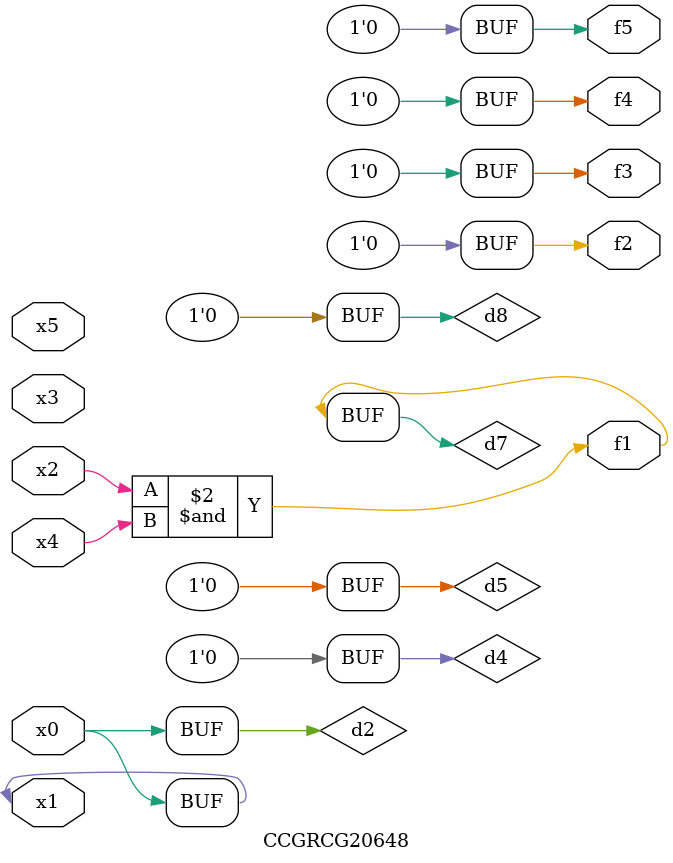
<source format=v>
module CCGRCG20648(
	input x0, x1, x2, x3, x4, x5,
	output f1, f2, f3, f4, f5
);

	wire d1, d2, d3, d4, d5, d6, d7, d8, d9;

	nand (d1, x1);
	buf (d2, x0, x1);
	nand (d3, x2, x4);
	and (d4, d1, d2);
	and (d5, d1, d2);
	nand (d6, d1, d3);
	not (d7, d3);
	xor (d8, d5);
	nor (d9, d5, d6);
	assign f1 = d7;
	assign f2 = d8;
	assign f3 = d8;
	assign f4 = d8;
	assign f5 = d8;
endmodule

</source>
